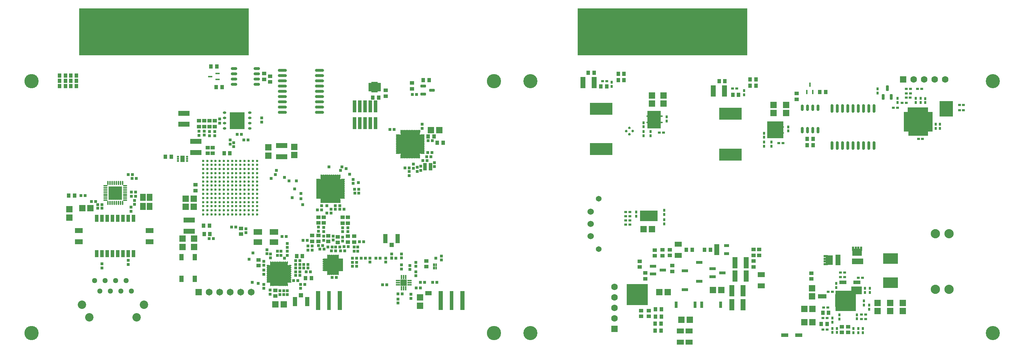
<source format=gts>
G04*
G04 #@! TF.GenerationSoftware,Altium Limited,Altium Designer,21.5.1 (32)*
G04*
G04 Layer_Color=8388736*
%FSLAX25Y25*%
%MOIN*%
G70*
G04*
G04 #@! TF.SameCoordinates,35C82D64-DDB0-4193-90F1-2314E746331E*
G04*
G04*
G04 #@! TF.FilePolarity,Negative*
G04*
G01*
G75*
%ADD11R,0.21300X0.11400*%
%ADD12R,0.01775X0.04375*%
%ADD23R,0.10600X0.10600*%
%ADD24R,0.01200X0.03200*%
%ADD25R,0.03200X0.01200*%
%ADD29R,0.02800X0.05900*%
%ADD30R,0.05900X0.02800*%
G04:AMPARAMS|DCode=35|XSize=51.18mil|YSize=23.62mil|CornerRadius=2.01mil|HoleSize=0mil|Usage=FLASHONLY|Rotation=90.000|XOffset=0mil|YOffset=0mil|HoleType=Round|Shape=RoundedRectangle|*
%AMROUNDEDRECTD35*
21,1,0.05118,0.01961,0,0,90.0*
21,1,0.04717,0.02362,0,0,90.0*
1,1,0.00402,0.00980,0.02358*
1,1,0.00402,0.00980,-0.02358*
1,1,0.00402,-0.00980,-0.02358*
1,1,0.00402,-0.00980,0.02358*
%
%ADD35ROUNDEDRECTD35*%
%ADD36R,0.02264X0.01378*%
%ADD37R,0.01378X0.02264*%
%ADD79R,0.03900X0.06100*%
%ADD81R,0.04375X0.01775*%
%ADD97R,0.01378X0.02264*%
%ADD98R,0.02264X0.01378*%
G04:AMPARAMS|DCode=99|XSize=51.18mil|YSize=23.62mil|CornerRadius=2.01mil|HoleSize=0mil|Usage=FLASHONLY|Rotation=0.000|XOffset=0mil|YOffset=0mil|HoleType=Round|Shape=RoundedRectangle|*
%AMROUNDEDRECTD99*
21,1,0.05118,0.01961,0,0,0.0*
21,1,0.04717,0.02362,0,0,0.0*
1,1,0.00402,0.02358,-0.00980*
1,1,0.00402,-0.02358,-0.00980*
1,1,0.00402,-0.02358,0.00980*
1,1,0.00402,0.02358,0.00980*
%
%ADD99ROUNDEDRECTD99*%
%ADD100R,0.04134X0.08661*%
%ADD101R,0.03937X0.04134*%
%ADD102R,0.03937X0.17953*%
%ADD103R,0.03347X0.17953*%
%ADD110C,0.08800*%
%ADD112C,0.06000*%
%ADD161R,0.10000X0.07500*%
%ADD162R,0.08000X0.04000*%
%ADD163R,0.05000X0.10000*%
%ADD164R,0.11000X0.05500*%
%ADD165R,0.03000X0.12000*%
%ADD166R,0.19500X0.19500*%
%ADD167R,0.20500X0.20500*%
%ADD168R,0.16500X0.10000*%
%ADD169R,0.13000X0.16500*%
%ADD170R,0.15500X0.16000*%
%ADD171R,0.18500X0.06000*%
%ADD172R,0.06000X0.18500*%
%ADD173R,0.19500X0.05500*%
%ADD174R,0.06500X0.18500*%
%ADD175R,0.13000X0.15000*%
%ADD176R,1.61500X0.44500*%
%ADD177R,0.06000X0.04200*%
%ADD178R,0.00500X0.02000*%
%ADD179R,0.03400X0.01000*%
%ADD180R,0.27000X0.19000*%
%ADD181R,0.19000X0.27000*%
%ADD182R,0.06000X0.08000*%
%ADD183R,0.03500X0.08000*%
%ADD184R,0.06000X0.03000*%
%ADD185R,0.19000X0.12000*%
%ADD186R,0.11000X0.19000*%
%ADD187R,0.27000X0.18000*%
%ADD188R,0.18000X0.27000*%
%ADD189R,0.23000X0.17000*%
%ADD190R,0.17000X0.23000*%
%ADD191R,0.21660X0.11817*%
%ADD192O,0.02762X0.06109*%
%ADD193R,0.04400X0.01600*%
%ADD194R,0.01600X0.04400*%
%ADD195R,0.16900X0.16900*%
%ADD196O,0.02762X0.01345*%
%ADD197O,0.01345X0.02762*%
%ADD198R,0.08471X0.08471*%
%ADD199R,0.03747X0.01502*%
%ADD200R,0.01502X0.03747*%
%ADD201R,0.10046X0.10046*%
%ADD202R,0.02762X0.02368*%
%ADD203R,0.02368X0.02762*%
%ADD204R,0.06306X0.05912*%
%ADD205R,0.01916X0.03117*%
%ADD206R,0.04475X0.03117*%
%ADD207R,0.06699X0.03747*%
%ADD208R,0.05912X0.06306*%
%ADD209R,0.04731X0.02959*%
%ADD210O,0.02762X0.08274*%
%ADD211R,0.03747X0.01778*%
%ADD212R,0.06699X0.09849*%
%ADD213R,0.03550X0.03943*%
%ADD214R,0.03943X0.03550*%
%ADD215R,0.07093X0.04731*%
%ADD216R,0.06109X0.02762*%
%ADD217R,0.02000X0.04300*%
%ADD218R,0.04300X0.02000*%
%ADD219R,0.13900X0.09900*%
%ADD220R,0.30700X0.40400*%
%ADD221R,0.02368X0.40400*%
%ADD222R,0.04731X0.10636*%
%ADD223O,0.03150X0.02362*%
%ADD224R,0.13976X0.16339*%
%ADD225R,0.02559X0.02953*%
%ADD226R,0.03740X0.04134*%
%ADD227R,0.18701X0.18701*%
%ADD228O,0.04331X0.01378*%
%ADD229O,0.01378X0.04331*%
%ADD230R,0.02591X0.02591*%
%ADD231R,0.02953X0.02559*%
%ADD232R,0.04134X0.03740*%
%ADD233R,0.05709X0.06693*%
%ADD234R,0.12795X0.12795*%
%ADD235O,0.03937X0.01575*%
%ADD236O,0.01575X0.03937*%
%ADD237R,0.06102X0.06496*%
%ADD238R,0.06496X0.06102*%
%ADD239R,0.02284X0.02815*%
%ADD240R,0.01496X0.02815*%
%ADD241R,0.02815X0.01496*%
%ADD242R,0.02815X0.02284*%
%ADD243R,0.06496X0.06496*%
%ADD244O,0.04134X0.01575*%
%ADD245O,0.01575X0.04134*%
%ADD246R,0.03976X0.06221*%
%ADD247O,0.02165X0.01772*%
%ADD248R,0.03583X0.07087*%
%ADD249O,0.06109X0.02762*%
G04:AMPARAMS|DCode=250|XSize=33.53mil|YSize=16.2mil|CornerRadius=3.95mil|HoleSize=0mil|Usage=FLASHONLY|Rotation=0.000|XOffset=0mil|YOffset=0mil|HoleType=Round|Shape=RoundedRectangle|*
%AMROUNDEDRECTD250*
21,1,0.03353,0.00830,0,0,0.0*
21,1,0.02562,0.01620,0,0,0.0*
1,1,0.00791,0.01281,-0.00415*
1,1,0.00791,-0.01281,-0.00415*
1,1,0.00791,-0.01281,0.00415*
1,1,0.00791,0.01281,0.00415*
%
%ADD250ROUNDEDRECTD250*%
G04:AMPARAMS|DCode=251|XSize=169.35mil|YSize=19.75mil|CornerRadius=3.97mil|HoleSize=0mil|Usage=FLASHONLY|Rotation=0.000|XOffset=0mil|YOffset=0mil|HoleType=Round|Shape=RoundedRectangle|*
%AMROUNDEDRECTD251*
21,1,0.16935,0.01181,0,0,0.0*
21,1,0.16142,0.01975,0,0,0.0*
1,1,0.00794,0.08071,-0.00591*
1,1,0.00794,-0.08071,-0.00591*
1,1,0.00794,-0.08071,0.00591*
1,1,0.00794,0.08071,0.00591*
%
%ADD251ROUNDEDRECTD251*%
G04:AMPARAMS|DCode=252|XSize=13.84mil|YSize=23.68mil|CornerRadius=3.97mil|HoleSize=0mil|Usage=FLASHONLY|Rotation=90.000|XOffset=0mil|YOffset=0mil|HoleType=Round|Shape=RoundedRectangle|*
%AMROUNDEDRECTD252*
21,1,0.01384,0.01575,0,0,90.0*
21,1,0.00591,0.02368,0,0,90.0*
1,1,0.00794,0.00787,0.00295*
1,1,0.00794,0.00787,-0.00295*
1,1,0.00794,-0.00787,-0.00295*
1,1,0.00794,-0.00787,0.00295*
%
%ADD252ROUNDEDRECTD252*%
G04:AMPARAMS|DCode=253|XSize=13.84mil|YSize=23.68mil|CornerRadius=3.97mil|HoleSize=0mil|Usage=FLASHONLY|Rotation=0.000|XOffset=0mil|YOffset=0mil|HoleType=Round|Shape=RoundedRectangle|*
%AMROUNDEDRECTD253*
21,1,0.01384,0.01575,0,0,0.0*
21,1,0.00591,0.02368,0,0,0.0*
1,1,0.00794,0.00295,-0.00787*
1,1,0.00794,-0.00295,-0.00787*
1,1,0.00794,-0.00295,0.00787*
1,1,0.00794,0.00295,0.00787*
%
%ADD253ROUNDEDRECTD253*%
G04:AMPARAMS|DCode=254|XSize=13.84mil|YSize=47.31mil|CornerRadius=3.97mil|HoleSize=0mil|Usage=FLASHONLY|Rotation=0.000|XOffset=0mil|YOffset=0mil|HoleType=Round|Shape=RoundedRectangle|*
%AMROUNDEDRECTD254*
21,1,0.01384,0.03937,0,0,0.0*
21,1,0.00591,0.04731,0,0,0.0*
1,1,0.00794,0.00295,-0.01968*
1,1,0.00794,-0.00295,-0.01968*
1,1,0.00794,-0.00295,0.01968*
1,1,0.00794,0.00295,0.01968*
%
%ADD254ROUNDEDRECTD254*%
G04:AMPARAMS|DCode=255|XSize=169.35mil|YSize=113.84mil|CornerRadius=4.2mil|HoleSize=0mil|Usage=FLASHONLY|Rotation=0.000|XOffset=0mil|YOffset=0mil|HoleType=Round|Shape=RoundedRectangle|*
%AMROUNDEDRECTD255*
21,1,0.16935,0.10545,0,0,0.0*
21,1,0.16096,0.11384,0,0,0.0*
1,1,0.00839,0.08048,-0.05272*
1,1,0.00839,-0.08048,-0.05272*
1,1,0.00839,-0.08048,0.05272*
1,1,0.00839,0.08048,0.05272*
%
%ADD255ROUNDEDRECTD255*%
%ADD256C,0.02362*%
%ADD257R,0.03504X0.11575*%
%ADD258R,0.03543X0.03347*%
%ADD259R,0.08491X0.05291*%
%ADD260R,0.17520X0.17520*%
%ADD261O,0.03740X0.01575*%
%ADD262O,0.01575X0.03740*%
%ADD263O,0.08465X0.02953*%
%ADD264R,0.09646X0.09646*%
%ADD265R,0.07284X0.04921*%
%ADD266R,0.30891X0.40591*%
%ADD267R,0.02559X0.40591*%
%ADD268R,0.02591X0.02591*%
%ADD269R,0.10827X0.04921*%
%ADD270C,0.05400*%
%ADD271C,0.13400*%
%ADD272C,0.06306*%
%ADD273R,0.06306X0.06306*%
%ADD274R,0.06306X0.06306*%
%ADD275C,0.06496*%
%ADD276R,0.06496X0.06496*%
%ADD277C,0.07991*%
%ADD278C,0.05091*%
%ADD279C,0.13591*%
G36*
X711416Y325763D02*
X711808Y325502D01*
X712070Y325110D01*
X712161Y324648D01*
X712070Y324186D01*
X711808Y323794D01*
X711416Y323532D01*
X710954Y323440D01*
X710492Y323532D01*
X710100Y323794D01*
X709838Y324186D01*
X709747Y324648D01*
X709838Y325110D01*
X710100Y325502D01*
X710492Y325763D01*
X710954Y325855D01*
X711416Y325763D01*
D02*
G37*
G36*
X714467Y322712D02*
X714859Y322450D01*
X715121Y322059D01*
X715213Y321597D01*
X715121Y321134D01*
X714859Y320743D01*
X714467Y320481D01*
X714005Y320389D01*
X713543Y320481D01*
X713151Y320743D01*
X712890Y321134D01*
X712798Y321597D01*
X712890Y322059D01*
X713151Y322450D01*
X713543Y322712D01*
X714005Y322804D01*
X714467Y322712D01*
D02*
G37*
G36*
X708365D02*
X708757Y322450D01*
X709018Y322059D01*
X709110Y321597D01*
X709018Y321134D01*
X708757Y320743D01*
X708365Y320481D01*
X707903Y320389D01*
X707441Y320481D01*
X707049Y320743D01*
X706787Y321134D01*
X706695Y321597D01*
X706787Y322059D01*
X707049Y322450D01*
X707441Y322712D01*
X707903Y322804D01*
X708365Y322712D01*
D02*
G37*
G36*
X711416Y319661D02*
X711808Y319399D01*
X712070Y319007D01*
X712161Y318545D01*
X712070Y318083D01*
X711808Y317692D01*
X711416Y317430D01*
X710954Y317338D01*
X710492Y317430D01*
X710100Y317692D01*
X709838Y318083D01*
X709747Y318545D01*
X709838Y319007D01*
X710100Y319399D01*
X710492Y319661D01*
X710954Y319753D01*
X711416Y319661D01*
D02*
G37*
G36*
X826475Y315720D02*
X826867Y315459D01*
X827129Y315067D01*
X827221Y314605D01*
X827129Y314143D01*
X826867Y313751D01*
X826475Y313489D01*
X826013Y313397D01*
X825551Y313489D01*
X825159Y313751D01*
X824898Y314143D01*
X824806Y314605D01*
X824898Y315067D01*
X825159Y315459D01*
X825551Y315720D01*
X826013Y315812D01*
X826475Y315720D01*
D02*
G37*
G36*
X687408Y314763D02*
X687800Y314502D01*
X688062Y314110D01*
X688154Y313648D01*
X688062Y313186D01*
X687800Y312794D01*
X687408Y312532D01*
X686946Y312440D01*
X686484Y312532D01*
X686092Y312794D01*
X685830Y313186D01*
X685739Y313648D01*
X685830Y314110D01*
X686092Y314502D01*
X686484Y314763D01*
X686946Y314855D01*
X687408Y314763D01*
D02*
G37*
G36*
X829527Y312669D02*
X829918Y312407D01*
X830180Y312016D01*
X830272Y311554D01*
X830180Y311092D01*
X829918Y310700D01*
X829527Y310438D01*
X829064Y310346D01*
X828602Y310438D01*
X828211Y310700D01*
X827949Y311092D01*
X827857Y311554D01*
X827949Y312016D01*
X828211Y312407D01*
X828602Y312669D01*
X829064Y312761D01*
X829527Y312669D01*
D02*
G37*
G36*
X823424D02*
X823816Y312407D01*
X824078Y312016D01*
X824170Y311554D01*
X824078Y311092D01*
X823816Y310700D01*
X823424Y310438D01*
X822962Y310346D01*
X822500Y310438D01*
X822108Y310700D01*
X821847Y311092D01*
X821755Y311554D01*
X821847Y312016D01*
X822108Y312407D01*
X822500Y312669D01*
X822962Y312761D01*
X823424Y312669D01*
D02*
G37*
G36*
X690459Y311712D02*
X690851Y311450D01*
X691113Y311059D01*
X691205Y310597D01*
X691113Y310135D01*
X690851Y309743D01*
X690459Y309481D01*
X689997Y309389D01*
X689535Y309481D01*
X689143Y309743D01*
X688882Y310135D01*
X688790Y310597D01*
X688882Y311059D01*
X689143Y311450D01*
X689535Y311712D01*
X689997Y311804D01*
X690459Y311712D01*
D02*
G37*
G36*
X684357D02*
X684749Y311450D01*
X685010Y311059D01*
X685102Y310597D01*
X685010Y310135D01*
X684749Y309743D01*
X684357Y309481D01*
X683895Y309389D01*
X683433Y309481D01*
X683041Y309743D01*
X682779Y310135D01*
X682687Y310597D01*
X682779Y311059D01*
X683041Y311450D01*
X683433Y311712D01*
X683895Y311804D01*
X684357Y311712D01*
D02*
G37*
G36*
X826475Y309618D02*
X826867Y309356D01*
X827129Y308964D01*
X827221Y308502D01*
X827129Y308040D01*
X826867Y307649D01*
X826475Y307387D01*
X826013Y307295D01*
X825551Y307387D01*
X825159Y307649D01*
X824898Y308040D01*
X824806Y308502D01*
X824898Y308964D01*
X825159Y309356D01*
X825551Y309618D01*
X826013Y309710D01*
X826475Y309618D01*
D02*
G37*
G36*
X687408Y308661D02*
X687800Y308399D01*
X688062Y308008D01*
X688154Y307545D01*
X688062Y307083D01*
X687800Y306692D01*
X687408Y306430D01*
X686946Y306338D01*
X686484Y306430D01*
X686092Y306692D01*
X685830Y307083D01*
X685739Y307545D01*
X685830Y308008D01*
X686092Y308399D01*
X686484Y308661D01*
X686946Y308753D01*
X687408Y308661D01*
D02*
G37*
G36*
X352545Y211850D02*
X344646D01*
Y216550D01*
X352545D01*
Y211850D01*
D02*
G37*
G36*
X337245D02*
X329345D01*
Y216550D01*
X337245D01*
Y211850D01*
D02*
G37*
G36*
X352545Y202450D02*
X344646D01*
Y207150D01*
X352545D01*
Y202450D01*
D02*
G37*
G36*
X337245D02*
X329345D01*
Y207150D01*
X337245D01*
Y202450D01*
D02*
G37*
G36*
X907850Y191650D02*
X899050D01*
Y198450D01*
X907850D01*
Y191650D01*
D02*
G37*
G36*
X880350Y183150D02*
X873550D01*
Y191950D01*
X880350D01*
Y183150D01*
D02*
G37*
D11*
X659950Y293450D02*
D03*
Y331650D02*
D03*
D12*
X858500Y354636D02*
D03*
X861256Y347550D02*
D03*
X855744D02*
D03*
D23*
X693792Y155219D02*
D03*
D24*
X697631Y147769D02*
D03*
X695071D02*
D03*
X692512D02*
D03*
X689953D02*
D03*
Y162669D02*
D03*
X692512D02*
D03*
X695071D02*
D03*
X697631D02*
D03*
D25*
X686342Y151381D02*
D03*
Y153940D02*
D03*
Y156499D02*
D03*
Y159058D02*
D03*
X701242D02*
D03*
Y156499D02*
D03*
Y153940D02*
D03*
Y151381D02*
D03*
D29*
X773700Y144959D02*
D03*
X755800D02*
D03*
X731300D02*
D03*
X749200D02*
D03*
D30*
X753250Y185409D02*
D03*
Y167509D02*
D03*
X739750Y177410D02*
D03*
Y159510D02*
D03*
D35*
X932220Y351343D02*
D03*
X935960Y343076D02*
D03*
X928480D02*
D03*
D36*
X984708Y329548D02*
D03*
Y331517D02*
D03*
Y333485D02*
D03*
X991893D02*
D03*
Y331517D02*
D03*
Y329548D02*
D03*
D37*
X985348Y336093D02*
D03*
X987316D02*
D03*
X989285D02*
D03*
X991253D02*
D03*
Y326940D02*
D03*
X989285D02*
D03*
X987316D02*
D03*
X985348D02*
D03*
D79*
X260646Y169665D02*
D03*
X273245D02*
D03*
Y190335D02*
D03*
X260646D02*
D03*
D81*
X294989Y359744D02*
D03*
Y365256D02*
D03*
X287902Y362500D02*
D03*
D97*
X442477Y356093D02*
D03*
X444446D02*
D03*
X446414D02*
D03*
Y348907D02*
D03*
X444446D02*
D03*
X442477D02*
D03*
D98*
X449022Y355453D02*
D03*
Y353484D02*
D03*
Y351516D02*
D03*
Y349547D02*
D03*
X439869D02*
D03*
Y351516D02*
D03*
Y353484D02*
D03*
Y355453D02*
D03*
D99*
X499079Y349500D02*
D03*
X490812Y345760D02*
D03*
Y353240D02*
D03*
D100*
X368638Y148000D02*
D03*
X380253D02*
D03*
X466437Y208000D02*
D03*
X454823D02*
D03*
D101*
X374446Y154004D02*
D03*
X460630Y201996D02*
D03*
D102*
X507315Y149177D02*
D03*
X527945D02*
D03*
X390631D02*
D03*
X411260D02*
D03*
D103*
X517630D02*
D03*
X400946D02*
D03*
D110*
X990950Y159550D02*
D03*
X977950D02*
D03*
X990950Y212550D02*
D03*
X977950D02*
D03*
D112*
X649950Y210250D02*
D03*
Y222050D02*
D03*
Y233850D02*
D03*
D161*
X902950Y158800D02*
D03*
D162*
X870450Y153050D02*
D03*
D163*
X769950Y197550D02*
D03*
X885450Y187550D02*
D03*
D164*
X903950Y186300D02*
D03*
D165*
X883950Y149050D02*
D03*
D166*
X892700Y148800D02*
D03*
D167*
X694200Y154800D02*
D03*
D168*
X705200Y229550D02*
D03*
D169*
X710450Y321300D02*
D03*
D170*
X825700Y311550D02*
D03*
D171*
X961700Y309050D02*
D03*
D172*
X972450Y319300D02*
D03*
D173*
X961200Y330300D02*
D03*
D174*
X951200Y319300D02*
D03*
D175*
X988450Y331550D02*
D03*
D176*
X718450Y405050D02*
D03*
X243946Y405000D02*
D03*
D177*
X495635Y155900D02*
D03*
D178*
X487696Y310500D02*
D03*
D179*
X497625Y276500D02*
D03*
X492266D02*
D03*
D180*
X402446Y255500D02*
D03*
D181*
D03*
D182*
X444446Y351500D02*
D03*
D183*
X448696Y352500D02*
D03*
X440196D02*
D03*
D184*
X444446Y356000D02*
D03*
D185*
X404946Y183000D02*
D03*
D186*
D03*
D187*
X478445Y298000D02*
D03*
D188*
D03*
D189*
X353446Y174500D02*
D03*
D190*
D03*
D191*
X782950Y327050D02*
D03*
Y288073D02*
D03*
D192*
X851244Y332778D02*
D03*
X856244D02*
D03*
X861244D02*
D03*
X866244D02*
D03*
Y311321D02*
D03*
X861244D02*
D03*
X856244D02*
D03*
X851244D02*
D03*
D193*
X950582Y327194D02*
D03*
Y324635D02*
D03*
Y322076D02*
D03*
Y319517D02*
D03*
Y316958D02*
D03*
Y314399D02*
D03*
Y311840D02*
D03*
X972582Y311840D02*
D03*
Y314399D02*
D03*
Y316958D02*
D03*
Y319517D02*
D03*
Y322076D02*
D03*
Y324635D02*
D03*
Y327194D02*
D03*
D194*
X953905Y308517D02*
D03*
X956464D02*
D03*
X959023D02*
D03*
X961582D02*
D03*
X964141D02*
D03*
X966700D02*
D03*
X969259D02*
D03*
X969259Y330517D02*
D03*
X966700D02*
D03*
X964141D02*
D03*
X961582D02*
D03*
X959023D02*
D03*
X956464D02*
D03*
X953905D02*
D03*
D195*
X961582Y319517D02*
D03*
D196*
X717450Y324550D02*
D03*
X704458D02*
D03*
Y318644D02*
D03*
X717450D02*
D03*
X832509Y314507D02*
D03*
X819517D02*
D03*
Y308601D02*
D03*
X832509D02*
D03*
D197*
X714891Y328093D02*
D03*
X712922D02*
D03*
X710954D02*
D03*
X708985D02*
D03*
X707017D02*
D03*
Y315101D02*
D03*
X708985D02*
D03*
X710954D02*
D03*
X712922D02*
D03*
X714891D02*
D03*
X829950Y318050D02*
D03*
X827981D02*
D03*
X826013D02*
D03*
X824045D02*
D03*
X822076D02*
D03*
Y305058D02*
D03*
X824045D02*
D03*
X826013D02*
D03*
X827981D02*
D03*
X829950D02*
D03*
D198*
X710954Y321597D02*
D03*
X826013Y311554D02*
D03*
D199*
X884608Y153829D02*
D03*
Y151860D02*
D03*
Y149892D02*
D03*
Y147923D02*
D03*
Y145955D02*
D03*
Y143986D02*
D03*
X900159D02*
D03*
Y145955D02*
D03*
Y147923D02*
D03*
Y149892D02*
D03*
Y151860D02*
D03*
Y153829D02*
D03*
D200*
X887461Y141132D02*
D03*
X889430D02*
D03*
X891399D02*
D03*
X893368D02*
D03*
X895337D02*
D03*
X897306D02*
D03*
Y156683D02*
D03*
X895337D02*
D03*
X893368D02*
D03*
X891399D02*
D03*
X889430D02*
D03*
X887461D02*
D03*
D201*
X892383Y148907D02*
D03*
D202*
X950269Y337517D02*
D03*
X946332D02*
D03*
X950172Y342399D02*
D03*
X954109D02*
D03*
X950332Y346517D02*
D03*
X954269D02*
D03*
X687385Y221450D02*
D03*
X683448D02*
D03*
X687385Y225450D02*
D03*
X683448D02*
D03*
X687385Y233450D02*
D03*
X683448D02*
D03*
X941929Y332576D02*
D03*
X937992D02*
D03*
X665418Y358050D02*
D03*
X661482D02*
D03*
X788918Y351050D02*
D03*
X784981D02*
D03*
X911576Y135829D02*
D03*
X907639D02*
D03*
X876139Y157329D02*
D03*
X880076D02*
D03*
X871639Y142329D02*
D03*
X875576D02*
D03*
X875076Y121329D02*
D03*
X871139D02*
D03*
X887639Y171329D02*
D03*
X891576D02*
D03*
X1000832Y335517D02*
D03*
X1004769D02*
D03*
X1000832Y330517D02*
D03*
X1004769D02*
D03*
X960981Y350550D02*
D03*
X964919D02*
D03*
X961832Y303017D02*
D03*
X965769D02*
D03*
X954418Y350550D02*
D03*
X950482D02*
D03*
X687385Y229450D02*
D03*
X683448D02*
D03*
X715253Y309050D02*
D03*
X719190D02*
D03*
X828981Y299050D02*
D03*
X832918D02*
D03*
X907639Y131329D02*
D03*
X911576D02*
D03*
X904639Y170829D02*
D03*
X908576D02*
D03*
X875076Y132329D02*
D03*
X871139D02*
D03*
X891576Y175829D02*
D03*
X887639D02*
D03*
D203*
X963994Y337669D02*
D03*
Y341606D02*
D03*
X968301Y337548D02*
D03*
Y341485D02*
D03*
X959329Y337669D02*
D03*
Y341606D02*
D03*
X719916Y230981D02*
D03*
Y234918D02*
D03*
X669950Y353081D02*
D03*
Y357018D02*
D03*
X700450Y318518D02*
D03*
Y314581D02*
D03*
X722450Y324018D02*
D03*
Y320081D02*
D03*
X795950Y345081D02*
D03*
Y349018D02*
D03*
X814950Y308518D02*
D03*
Y304581D02*
D03*
X837950Y314518D02*
D03*
Y310581D02*
D03*
X903450Y135518D02*
D03*
Y131581D02*
D03*
X904608Y122297D02*
D03*
Y118360D02*
D03*
X909108Y122297D02*
D03*
Y118360D02*
D03*
X884450Y118581D02*
D03*
Y122518D02*
D03*
X900108Y118360D02*
D03*
Y122297D02*
D03*
X880108Y132297D02*
D03*
Y128360D02*
D03*
X911108Y156860D02*
D03*
Y160797D02*
D03*
X915608Y156860D02*
D03*
Y160797D02*
D03*
X879950Y122518D02*
D03*
Y118581D02*
D03*
X922960Y350544D02*
D03*
Y346607D02*
D03*
X941960Y341544D02*
D03*
Y337607D02*
D03*
X978329Y317074D02*
D03*
Y313137D02*
D03*
X982300Y316985D02*
D03*
Y313048D02*
D03*
X719916Y221981D02*
D03*
Y225918D02*
D03*
X693416Y229481D02*
D03*
Y233418D02*
D03*
X700450Y310018D02*
D03*
Y306081D02*
D03*
X706950Y310018D02*
D03*
Y306081D02*
D03*
X814950Y300018D02*
D03*
Y296081D02*
D03*
X821950Y300018D02*
D03*
Y296081D02*
D03*
X910108Y148797D02*
D03*
Y144860D02*
D03*
X915108Y144797D02*
D03*
Y140860D02*
D03*
X886608Y135297D02*
D03*
Y131360D02*
D03*
X904608Y160797D02*
D03*
Y156860D02*
D03*
X883608Y165297D02*
D03*
Y161360D02*
D03*
D204*
X923108Y146766D02*
D03*
Y138892D02*
D03*
X860608Y160766D02*
D03*
Y152892D02*
D03*
X708450Y344487D02*
D03*
Y336613D02*
D03*
X719450Y344487D02*
D03*
Y336613D02*
D03*
X823950Y335487D02*
D03*
Y327613D02*
D03*
X835950Y335487D02*
D03*
Y327613D02*
D03*
X947108Y146766D02*
D03*
Y138892D02*
D03*
X935108Y146766D02*
D03*
Y138892D02*
D03*
D205*
X873043Y152829D02*
D03*
D206*
X869452D02*
D03*
D207*
X848143Y116050D02*
D03*
X834757D02*
D03*
X889915Y166329D02*
D03*
X903301D02*
D03*
D208*
X708353Y216950D02*
D03*
X700479D02*
D03*
X853216Y128394D02*
D03*
X861090D02*
D03*
X853216Y140894D02*
D03*
X861090D02*
D03*
X774187Y158959D02*
D03*
X766313D02*
D03*
X715313Y156959D02*
D03*
X723187D02*
D03*
X736355Y130719D02*
D03*
X744229D02*
D03*
D209*
X770026Y201200D02*
D03*
Y197459D02*
D03*
Y193719D02*
D03*
X779474D02*
D03*
Y201200D02*
D03*
D210*
X919641Y332115D02*
D03*
X914641D02*
D03*
X909641D02*
D03*
X904641D02*
D03*
X899641D02*
D03*
X894641D02*
D03*
X889641D02*
D03*
X884641D02*
D03*
X879641D02*
D03*
X919641Y296682D02*
D03*
X914641D02*
D03*
X909641D02*
D03*
X904641D02*
D03*
X899641D02*
D03*
X894641D02*
D03*
X889641D02*
D03*
X884641D02*
D03*
X879641D02*
D03*
D211*
X699302Y233450D02*
D03*
Y230891D02*
D03*
Y228332D02*
D03*
Y225773D02*
D03*
X710916D02*
D03*
Y228332D02*
D03*
Y230891D02*
D03*
Y233450D02*
D03*
D212*
X705109Y229611D02*
D03*
D213*
X869352Y126829D02*
D03*
X874864D02*
D03*
X711701Y140719D02*
D03*
X717212D02*
D03*
X711494Y126960D02*
D03*
X717006D02*
D03*
X746506Y197459D02*
D03*
X740994D02*
D03*
X676194Y365050D02*
D03*
X681706D02*
D03*
X801694Y359550D02*
D03*
X807206D02*
D03*
X876364Y137329D02*
D03*
X870852D02*
D03*
X676194Y359050D02*
D03*
X681706D02*
D03*
X801694Y353550D02*
D03*
X807206D02*
D03*
X777706Y358050D02*
D03*
X772194D02*
D03*
X861551Y303128D02*
D03*
X856039D02*
D03*
X856039Y297128D02*
D03*
X861551D02*
D03*
X867988Y347550D02*
D03*
X873500D02*
D03*
X659694Y353050D02*
D03*
X665206D02*
D03*
X785194Y345050D02*
D03*
X790706D02*
D03*
X764006Y197459D02*
D03*
X758494D02*
D03*
X711701Y133719D02*
D03*
X717212D02*
D03*
X717006Y120459D02*
D03*
X711494D02*
D03*
X653206Y366050D02*
D03*
X647694D02*
D03*
D214*
X701950Y169794D02*
D03*
Y175306D02*
D03*
X804981Y181114D02*
D03*
Y186625D02*
D03*
Y192113D02*
D03*
Y197625D02*
D03*
X727750Y182215D02*
D03*
Y176704D02*
D03*
X705292Y133964D02*
D03*
Y139475D02*
D03*
X710981Y197125D02*
D03*
Y191613D02*
D03*
X725292Y191964D02*
D03*
Y197475D02*
D03*
X696792Y186475D02*
D03*
Y180964D02*
D03*
X889108Y124085D02*
D03*
Y118573D02*
D03*
X895108Y124085D02*
D03*
Y118573D02*
D03*
X845950Y346306D02*
D03*
Y340794D02*
D03*
X860108Y169573D02*
D03*
Y175085D02*
D03*
X697957Y139475D02*
D03*
Y133964D02*
D03*
X810481Y192113D02*
D03*
Y197625D02*
D03*
X718171Y197275D02*
D03*
Y191763D02*
D03*
D215*
X812481Y163054D02*
D03*
Y173684D02*
D03*
X733250Y202775D02*
D03*
Y192145D02*
D03*
X735292Y109404D02*
D03*
Y120034D02*
D03*
X743792Y109404D02*
D03*
Y120034D02*
D03*
D216*
X766124Y179200D02*
D03*
Y171719D02*
D03*
X775376Y175460D02*
D03*
X709292Y181719D02*
D03*
Y174239D02*
D03*
X718544Y177979D02*
D03*
D217*
X899611Y198425D02*
D03*
X902170D02*
D03*
X904729D02*
D03*
X907289D02*
D03*
Y186675D02*
D03*
X904729D02*
D03*
X902170D02*
D03*
X899611D02*
D03*
D218*
X873575Y183711D02*
D03*
Y186270D02*
D03*
Y188829D02*
D03*
Y191388D02*
D03*
X885325D02*
D03*
Y188829D02*
D03*
Y186270D02*
D03*
Y183711D02*
D03*
D219*
X935450Y189050D02*
D03*
Y166050D02*
D03*
D220*
X657050Y403325D02*
D03*
X704350D02*
D03*
D221*
X792100D02*
D03*
X788950D02*
D03*
X785800D02*
D03*
X782650D02*
D03*
X779500D02*
D03*
X776350D02*
D03*
X773200D02*
D03*
X766900D02*
D03*
X770050D02*
D03*
X763750D02*
D03*
X760600D02*
D03*
X757450D02*
D03*
X754300D02*
D03*
X751150D02*
D03*
X748000D02*
D03*
X744850D02*
D03*
X738550D02*
D03*
X735400D02*
D03*
X741700D02*
D03*
X795250D02*
D03*
D222*
X642635Y356550D02*
D03*
X653265D02*
D03*
X766635Y348550D02*
D03*
X777265D02*
D03*
X798065Y184959D02*
D03*
X787435D02*
D03*
X798065Y172459D02*
D03*
X787435D02*
D03*
X795065Y158459D02*
D03*
X784435D02*
D03*
X795065Y144959D02*
D03*
X784435D02*
D03*
D223*
X325539Y313000D02*
D03*
Y318000D02*
D03*
Y323000D02*
D03*
Y328000D02*
D03*
X301720D02*
D03*
Y323000D02*
D03*
Y318000D02*
D03*
Y313000D02*
D03*
D224*
X313630Y320500D02*
D03*
D225*
X479130Y151031D02*
D03*
Y154969D02*
D03*
X297130Y318032D02*
D03*
Y321969D02*
D03*
X337130Y322969D02*
D03*
Y319032D02*
D03*
X212630Y234032D02*
D03*
Y237968D02*
D03*
X216130Y244468D02*
D03*
Y240531D02*
D03*
X460630Y189532D02*
D03*
Y193468D02*
D03*
X455130Y185531D02*
D03*
Y189469D02*
D03*
X440130Y185531D02*
D03*
Y189469D02*
D03*
X470130Y193468D02*
D03*
Y189532D02*
D03*
X508130Y191469D02*
D03*
Y187531D02*
D03*
X483630Y185468D02*
D03*
Y181532D02*
D03*
X478130Y182468D02*
D03*
Y178532D02*
D03*
X470130Y179032D02*
D03*
Y182968D02*
D03*
X483630Y176469D02*
D03*
Y172531D02*
D03*
X466630Y146531D02*
D03*
Y150469D02*
D03*
X310445Y299468D02*
D03*
Y295532D02*
D03*
X395946Y218724D02*
D03*
Y214787D02*
D03*
X373945Y160563D02*
D03*
Y164500D02*
D03*
X354446Y158468D02*
D03*
Y154532D02*
D03*
X338945Y182531D02*
D03*
Y186469D02*
D03*
X361445Y192032D02*
D03*
Y195968D02*
D03*
X344945Y155032D02*
D03*
Y158968D02*
D03*
X338946Y164469D02*
D03*
Y160531D02*
D03*
X351945Y192032D02*
D03*
Y195968D02*
D03*
X355445Y192032D02*
D03*
Y195968D02*
D03*
X357945Y158468D02*
D03*
Y154532D02*
D03*
X384945Y197031D02*
D03*
Y200969D02*
D03*
X380945Y197031D02*
D03*
Y200969D02*
D03*
X184945Y180032D02*
D03*
Y183968D02*
D03*
X209946Y183500D02*
D03*
Y187437D02*
D03*
X277446Y306287D02*
D03*
Y310224D02*
D03*
X287445Y306031D02*
D03*
Y309968D02*
D03*
X282445Y306532D02*
D03*
Y310469D02*
D03*
X292445Y306031D02*
D03*
Y309968D02*
D03*
X321946Y217469D02*
D03*
Y213531D02*
D03*
X306945Y298031D02*
D03*
Y301969D02*
D03*
X404945Y206532D02*
D03*
Y210469D02*
D03*
X423945Y260531D02*
D03*
Y264469D02*
D03*
X424945Y196031D02*
D03*
Y199969D02*
D03*
X428445Y196031D02*
D03*
Y199969D02*
D03*
X481445Y275031D02*
D03*
Y278969D02*
D03*
X390946Y218969D02*
D03*
Y215032D02*
D03*
X418946Y218468D02*
D03*
Y214531D02*
D03*
X413945Y218468D02*
D03*
Y214531D02*
D03*
X477446Y271969D02*
D03*
Y268032D02*
D03*
X361445Y203468D02*
D03*
Y199531D02*
D03*
X345445Y193468D02*
D03*
Y189532D02*
D03*
X338946Y177969D02*
D03*
Y174031D02*
D03*
X341945Y193532D02*
D03*
Y197468D02*
D03*
X361445Y158468D02*
D03*
Y154532D02*
D03*
X395946Y210224D02*
D03*
Y206287D02*
D03*
X413945Y209469D02*
D03*
Y205532D02*
D03*
X427446Y185468D02*
D03*
Y181532D02*
D03*
X423446Y185468D02*
D03*
Y181532D02*
D03*
X484945Y272031D02*
D03*
Y275969D02*
D03*
X488445Y273031D02*
D03*
Y276969D02*
D03*
X501445Y280469D02*
D03*
Y276532D02*
D03*
X489630Y316968D02*
D03*
Y313032D02*
D03*
D226*
X509627Y299500D02*
D03*
X504115D02*
D03*
X250886Y286000D02*
D03*
X245374D02*
D03*
X153374Y249000D02*
D03*
X158886D02*
D03*
X160701Y353500D02*
D03*
X155190D02*
D03*
X160701Y358500D02*
D03*
X155190D02*
D03*
X160701Y363500D02*
D03*
X155190D02*
D03*
X500957Y305500D02*
D03*
X495445D02*
D03*
X144690Y353500D02*
D03*
X150201D02*
D03*
X144690Y358500D02*
D03*
X150201D02*
D03*
X144690Y363500D02*
D03*
X150201D02*
D03*
X287701Y212500D02*
D03*
X282190D02*
D03*
X306701Y289500D02*
D03*
X301190D02*
D03*
X375701Y191500D02*
D03*
X370190D02*
D03*
X384201Y170500D02*
D03*
X378690D02*
D03*
X294201Y372000D02*
D03*
X288690D02*
D03*
X287201Y220500D02*
D03*
X281690D02*
D03*
X293690Y352500D02*
D03*
X299201D02*
D03*
X442690Y342500D02*
D03*
X448201D02*
D03*
X496201Y359000D02*
D03*
X490690D02*
D03*
D227*
X478445Y298000D02*
D03*
D228*
X490060Y306661D02*
D03*
Y305087D02*
D03*
Y303512D02*
D03*
Y301937D02*
D03*
Y300362D02*
D03*
Y298787D02*
D03*
Y297213D02*
D03*
Y295638D02*
D03*
Y294063D02*
D03*
Y292488D02*
D03*
Y290913D02*
D03*
Y289339D02*
D03*
X466831D02*
D03*
Y290913D02*
D03*
Y292488D02*
D03*
Y294063D02*
D03*
Y295638D02*
D03*
Y297213D02*
D03*
Y298787D02*
D03*
Y300362D02*
D03*
Y301937D02*
D03*
Y303512D02*
D03*
Y305087D02*
D03*
Y306661D02*
D03*
D229*
X487107Y286386D02*
D03*
X485532D02*
D03*
X483957D02*
D03*
X482382D02*
D03*
X480808D02*
D03*
X479233D02*
D03*
X477658D02*
D03*
X476083D02*
D03*
X474508D02*
D03*
X472934D02*
D03*
X471359D02*
D03*
X469784D02*
D03*
Y309614D02*
D03*
X471359D02*
D03*
X472934D02*
D03*
X474508D02*
D03*
X476083D02*
D03*
X477658D02*
D03*
X479233D02*
D03*
X480808D02*
D03*
X482382D02*
D03*
X483957D02*
D03*
X485532D02*
D03*
X487107D02*
D03*
D230*
X429130Y261500D02*
D03*
X420630Y269500D02*
D03*
X333630Y165500D02*
D03*
X358630Y189500D02*
D03*
X328630Y194500D02*
D03*
X325130Y188500D02*
D03*
X328130Y166500D02*
D03*
X502630Y189500D02*
D03*
X411446Y239500D02*
D03*
X393946D02*
D03*
X398945D02*
D03*
X406946D02*
D03*
X417446Y274621D02*
D03*
X413446Y276500D02*
D03*
X411945Y273000D02*
D03*
X400946Y276500D02*
D03*
X350945Y273000D02*
D03*
X349945Y269000D02*
D03*
X345946Y265500D02*
D03*
X358648Y266203D02*
D03*
X362946Y263000D02*
D03*
X369946D02*
D03*
X368196Y255250D02*
D03*
X375945Y240500D02*
D03*
D231*
X313661Y307500D02*
D03*
X317598D02*
D03*
X213161Y248500D02*
D03*
X217098D02*
D03*
X217098Y252500D02*
D03*
X213161D02*
D03*
X217598Y265500D02*
D03*
X213661D02*
D03*
X210161Y269000D02*
D03*
X214098D02*
D03*
X179098Y243500D02*
D03*
X175161D02*
D03*
X169067Y249000D02*
D03*
X165130D02*
D03*
X181161Y240500D02*
D03*
X185098D02*
D03*
X181161Y237000D02*
D03*
X185098D02*
D03*
X460661Y189500D02*
D03*
X464598D02*
D03*
X449598Y189500D02*
D03*
X445661D02*
D03*
X503598Y166500D02*
D03*
X499661D02*
D03*
X492098Y166500D02*
D03*
X488161D02*
D03*
X488098Y161000D02*
D03*
X484161D02*
D03*
X466661Y155500D02*
D03*
X470598D02*
D03*
X456098Y164000D02*
D03*
X452161D02*
D03*
X435598Y189500D02*
D03*
X431661D02*
D03*
X430008Y205000D02*
D03*
X433946D02*
D03*
X377914Y164500D02*
D03*
X373977D02*
D03*
X369477Y187000D02*
D03*
X373414D02*
D03*
X379477Y176500D02*
D03*
X383414D02*
D03*
X369477Y183500D02*
D03*
X373414D02*
D03*
X369477Y180000D02*
D03*
X373414D02*
D03*
X380914Y180000D02*
D03*
X376977D02*
D03*
X376477Y206500D02*
D03*
X380414D02*
D03*
X393914Y235500D02*
D03*
X389977D02*
D03*
X392477Y198000D02*
D03*
X396414D02*
D03*
X402914Y232500D02*
D03*
X398977D02*
D03*
X290914Y208000D02*
D03*
X286977D02*
D03*
X308477Y219000D02*
D03*
X312414D02*
D03*
X323914Y302000D02*
D03*
X319977D02*
D03*
X429414Y255000D02*
D03*
X425477D02*
D03*
X399977Y200000D02*
D03*
X403914D02*
D03*
X411477Y236000D02*
D03*
X415414D02*
D03*
X415914Y196500D02*
D03*
X411977D02*
D03*
X402977Y236000D02*
D03*
X406914D02*
D03*
X411414Y200000D02*
D03*
X407477D02*
D03*
X407414Y196500D02*
D03*
X403477D02*
D03*
X427414Y189500D02*
D03*
X423477D02*
D03*
X484414Y345500D02*
D03*
X480477D02*
D03*
X499414Y301500D02*
D03*
X495477D02*
D03*
X380914Y183500D02*
D03*
X376977D02*
D03*
X356477Y210000D02*
D03*
X360414D02*
D03*
X373414Y176500D02*
D03*
X369477D02*
D03*
X373414Y173000D02*
D03*
X369477D02*
D03*
X394914Y201500D02*
D03*
X390977D02*
D03*
X429446Y251500D02*
D03*
X425508D02*
D03*
X415477Y200500D02*
D03*
X419414D02*
D03*
X403977Y171000D02*
D03*
X407914D02*
D03*
X371414Y168000D02*
D03*
X367477D02*
D03*
X462914Y312000D02*
D03*
X458977D02*
D03*
X490477Y282500D02*
D03*
X494414D02*
D03*
X494977Y290000D02*
D03*
X498914D02*
D03*
X493977Y286000D02*
D03*
X497914D02*
D03*
X473477Y275500D02*
D03*
X477414D02*
D03*
D232*
X285630Y289244D02*
D03*
Y294756D02*
D03*
X493630Y181244D02*
D03*
Y186756D02*
D03*
X384946Y205500D02*
D03*
Y211012D02*
D03*
X390946Y211012D02*
D03*
Y205500D02*
D03*
X400446Y205244D02*
D03*
Y210756D02*
D03*
X424945Y204744D02*
D03*
Y210256D02*
D03*
X418945Y210256D02*
D03*
Y204744D02*
D03*
X409445Y204244D02*
D03*
Y209756D02*
D03*
X277445Y320256D02*
D03*
Y314744D02*
D03*
X287445Y320256D02*
D03*
Y314744D02*
D03*
X282445Y320256D02*
D03*
Y314744D02*
D03*
X292445Y320256D02*
D03*
Y314744D02*
D03*
X317445Y212244D02*
D03*
Y217756D02*
D03*
X290445Y289244D02*
D03*
Y294756D02*
D03*
X273945Y259256D02*
D03*
Y253744D02*
D03*
X349945Y153244D02*
D03*
Y158756D02*
D03*
X333945Y187756D02*
D03*
Y182244D02*
D03*
X390946Y228512D02*
D03*
Y223000D02*
D03*
X395946Y228512D02*
D03*
Y223000D02*
D03*
X418945Y228256D02*
D03*
Y222744D02*
D03*
X413945Y228256D02*
D03*
Y222744D02*
D03*
X344945Y362756D02*
D03*
Y357244D02*
D03*
X339445Y359744D02*
D03*
Y365256D02*
D03*
X454945Y349256D02*
D03*
Y343744D02*
D03*
X479945Y356256D02*
D03*
Y350744D02*
D03*
D233*
X230279Y247331D02*
D03*
Y238669D02*
D03*
X223980Y247331D02*
D03*
Y238669D02*
D03*
D234*
X197681Y251484D02*
D03*
D235*
X188232Y244595D02*
D03*
Y246563D02*
D03*
Y248532D02*
D03*
Y250500D02*
D03*
Y252468D02*
D03*
Y254437D02*
D03*
Y256405D02*
D03*
Y258374D02*
D03*
X207130D02*
D03*
Y256405D02*
D03*
Y254437D02*
D03*
Y252468D02*
D03*
Y250500D02*
D03*
Y248532D02*
D03*
Y246563D02*
D03*
Y244595D02*
D03*
D236*
X190791Y260933D02*
D03*
X192760D02*
D03*
X194728D02*
D03*
X196697D02*
D03*
X198665D02*
D03*
X200634D02*
D03*
X202602D02*
D03*
X204571D02*
D03*
Y242035D02*
D03*
X202602D02*
D03*
X200634D02*
D03*
X198665D02*
D03*
X196697D02*
D03*
X194728D02*
D03*
X192760D02*
D03*
X190791D02*
D03*
D237*
X166193Y237000D02*
D03*
X174067D02*
D03*
X272382Y246000D02*
D03*
X264508D02*
D03*
X272382Y238500D02*
D03*
X264508D02*
D03*
X350008Y145500D02*
D03*
X357882D02*
D03*
X506001Y311500D02*
D03*
X498127D02*
D03*
D238*
X154130Y228063D02*
D03*
Y235937D02*
D03*
X487630Y144063D02*
D03*
Y151937D02*
D03*
X261630Y207937D02*
D03*
Y200063D02*
D03*
X272630Y207937D02*
D03*
Y200063D02*
D03*
X367946Y287563D02*
D03*
Y295437D02*
D03*
X343445Y287063D02*
D03*
Y294937D02*
D03*
D239*
X500949Y182947D02*
D03*
Y180053D02*
D03*
D240*
X502917Y180053D02*
D03*
Y182947D02*
D03*
D241*
X497077Y154713D02*
D03*
X494183D02*
D03*
D242*
X494183Y156681D02*
D03*
X497077D02*
D03*
D243*
X472130Y166000D02*
D03*
D244*
X477543Y167968D02*
D03*
Y166000D02*
D03*
Y164032D02*
D03*
X466717D02*
D03*
Y166000D02*
D03*
Y167968D02*
D03*
X412445Y188000D02*
D03*
Y186031D02*
D03*
Y184063D02*
D03*
Y182095D02*
D03*
Y180126D02*
D03*
Y178157D02*
D03*
X397091D02*
D03*
Y180126D02*
D03*
Y182095D02*
D03*
Y184063D02*
D03*
Y186031D02*
D03*
Y188000D02*
D03*
D245*
X474098Y160587D02*
D03*
X472130D02*
D03*
X470161D02*
D03*
Y171413D02*
D03*
X472130D02*
D03*
X474098D02*
D03*
X399847Y190756D02*
D03*
X401816D02*
D03*
X403784D02*
D03*
X405753D02*
D03*
X407721D02*
D03*
X409690D02*
D03*
Y175402D02*
D03*
X407721D02*
D03*
X405753D02*
D03*
X403784D02*
D03*
X401816D02*
D03*
X399847D02*
D03*
D246*
X261630Y284000D02*
D03*
D247*
X257201Y285968D02*
D03*
Y284000D02*
D03*
Y282031D02*
D03*
X266059D02*
D03*
Y284000D02*
D03*
Y285968D02*
D03*
D248*
X214946Y227252D02*
D03*
X209946D02*
D03*
X204945D02*
D03*
X199945D02*
D03*
X194946D02*
D03*
X189945D02*
D03*
X184945D02*
D03*
X179946D02*
D03*
X214946Y193748D02*
D03*
X209946D02*
D03*
X204945D02*
D03*
X199945D02*
D03*
X194946D02*
D03*
X189945D02*
D03*
X184945D02*
D03*
X179946D02*
D03*
D249*
X332174Y355000D02*
D03*
Y360000D02*
D03*
Y365000D02*
D03*
Y370000D02*
D03*
X310717D02*
D03*
Y365000D02*
D03*
Y360000D02*
D03*
Y355000D02*
D03*
D250*
X354493Y166890D02*
D03*
D251*
X353508Y182047D02*
D03*
D252*
X343075Y182441D02*
D03*
Y180472D02*
D03*
Y178504D02*
D03*
Y176535D02*
D03*
Y174567D02*
D03*
Y172598D02*
D03*
Y170630D02*
D03*
Y168661D02*
D03*
Y166693D02*
D03*
X363942D02*
D03*
Y168661D02*
D03*
Y170630D02*
D03*
Y172598D02*
D03*
Y174567D02*
D03*
Y176535D02*
D03*
Y178504D02*
D03*
Y180472D02*
D03*
Y182441D02*
D03*
D253*
X345634Y164134D02*
D03*
X347603D02*
D03*
X353508D02*
D03*
X355477D02*
D03*
X357446D02*
D03*
X359414D02*
D03*
X361383D02*
D03*
Y185000D02*
D03*
X359414D02*
D03*
X357446D02*
D03*
X355477D02*
D03*
X353508D02*
D03*
X351540D02*
D03*
X349571D02*
D03*
X347603D02*
D03*
X345634D02*
D03*
D254*
X349571Y165315D02*
D03*
X351540D02*
D03*
D255*
X353508Y174173D02*
D03*
D256*
X281323Y282185D02*
D03*
X285260D02*
D03*
X289197D02*
D03*
X293134D02*
D03*
X297071D02*
D03*
X301008D02*
D03*
X304945D02*
D03*
X308882D02*
D03*
X312820D02*
D03*
X316757D02*
D03*
X320693D02*
D03*
X324630D02*
D03*
X328568D02*
D03*
X332505D02*
D03*
X281323Y278248D02*
D03*
X285260D02*
D03*
X289197D02*
D03*
X293134D02*
D03*
X297071D02*
D03*
X301008D02*
D03*
X304945D02*
D03*
X308882D02*
D03*
X312820D02*
D03*
X316757D02*
D03*
X320693D02*
D03*
X324630D02*
D03*
X328568D02*
D03*
X332505D02*
D03*
X281323Y274311D02*
D03*
X285260D02*
D03*
X289197D02*
D03*
X293134D02*
D03*
X297071D02*
D03*
X301008D02*
D03*
X304945D02*
D03*
X308882D02*
D03*
X312820D02*
D03*
X316757D02*
D03*
X320693D02*
D03*
X324630D02*
D03*
X328568D02*
D03*
X332505D02*
D03*
X281323Y270374D02*
D03*
X285260D02*
D03*
X289197D02*
D03*
X293134D02*
D03*
X297071D02*
D03*
X301008D02*
D03*
X304945D02*
D03*
X308882D02*
D03*
X312820D02*
D03*
X316757D02*
D03*
X320693D02*
D03*
X324630D02*
D03*
X328568D02*
D03*
X332505D02*
D03*
X281323Y266437D02*
D03*
X285260D02*
D03*
X289197D02*
D03*
X293134D02*
D03*
X297071D02*
D03*
X301008D02*
D03*
X304945D02*
D03*
X308882D02*
D03*
X312820D02*
D03*
X316757D02*
D03*
X320693D02*
D03*
X324630D02*
D03*
X328568D02*
D03*
X332505D02*
D03*
X281323Y262500D02*
D03*
X285260D02*
D03*
X289197D02*
D03*
X293134D02*
D03*
X297071D02*
D03*
X301008D02*
D03*
X304945D02*
D03*
X308882D02*
D03*
X312820D02*
D03*
X316757D02*
D03*
X320693D02*
D03*
X324630D02*
D03*
X328568D02*
D03*
X332505D02*
D03*
X281323Y258563D02*
D03*
X285260D02*
D03*
X289197D02*
D03*
X293134D02*
D03*
X297071D02*
D03*
X301008D02*
D03*
X304945D02*
D03*
X308882D02*
D03*
X312820D02*
D03*
X316757D02*
D03*
X320693D02*
D03*
X324630D02*
D03*
X328568D02*
D03*
X332505D02*
D03*
X281323Y254626D02*
D03*
X285260D02*
D03*
X289197D02*
D03*
X293134D02*
D03*
X297071D02*
D03*
X301008D02*
D03*
X304945D02*
D03*
X308882D02*
D03*
X312820D02*
D03*
X316757D02*
D03*
X320693D02*
D03*
X324630D02*
D03*
X328568D02*
D03*
X332505D02*
D03*
X281323Y250689D02*
D03*
X285260D02*
D03*
X289197D02*
D03*
X293134D02*
D03*
X297071D02*
D03*
X301008D02*
D03*
X304945D02*
D03*
X308882D02*
D03*
X312820D02*
D03*
X316757D02*
D03*
X320693D02*
D03*
X324630D02*
D03*
X328568D02*
D03*
X332505D02*
D03*
X281323Y246752D02*
D03*
X285260D02*
D03*
X289197D02*
D03*
X293134D02*
D03*
X297071D02*
D03*
X301008D02*
D03*
X304945D02*
D03*
X308882D02*
D03*
X312820D02*
D03*
X316757D02*
D03*
X320693D02*
D03*
X324630D02*
D03*
X328568D02*
D03*
X332505D02*
D03*
X281323Y242815D02*
D03*
X285260D02*
D03*
X289197D02*
D03*
X293134D02*
D03*
X297071D02*
D03*
X301008D02*
D03*
X304945D02*
D03*
X308882D02*
D03*
X312820D02*
D03*
X316757D02*
D03*
X320693D02*
D03*
X324630D02*
D03*
X328568D02*
D03*
X332505D02*
D03*
X281323Y238878D02*
D03*
X285260D02*
D03*
X289197D02*
D03*
X293134D02*
D03*
X297071D02*
D03*
X301008D02*
D03*
X304945D02*
D03*
X308882D02*
D03*
X312820D02*
D03*
X316757D02*
D03*
X320693D02*
D03*
X324630D02*
D03*
X328568D02*
D03*
X332505D02*
D03*
X281323Y234941D02*
D03*
X285260D02*
D03*
X289197D02*
D03*
X293134D02*
D03*
X297071D02*
D03*
X301008D02*
D03*
X304945D02*
D03*
X308882D02*
D03*
X312820D02*
D03*
X316757D02*
D03*
X320693D02*
D03*
X324630D02*
D03*
X328568D02*
D03*
X332505D02*
D03*
X281323Y231004D02*
D03*
X285260D02*
D03*
X289197D02*
D03*
X293134D02*
D03*
X297071D02*
D03*
X301008D02*
D03*
X304945D02*
D03*
X308882D02*
D03*
X312820D02*
D03*
X316757D02*
D03*
X320693D02*
D03*
X324630D02*
D03*
X328568D02*
D03*
X332505D02*
D03*
D257*
X445445Y317988D02*
D03*
X440446D02*
D03*
X435445D02*
D03*
X430445D02*
D03*
X425446D02*
D03*
Y334012D02*
D03*
X430445D02*
D03*
X435445D02*
D03*
X440446D02*
D03*
X445445D02*
D03*
D258*
X492288Y278468D02*
D03*
X497603D02*
D03*
X492288Y274532D02*
D03*
X497603D02*
D03*
D259*
X333295Y204800D02*
D03*
X348595D02*
D03*
Y214200D02*
D03*
X333295D02*
D03*
D260*
X402446Y255500D02*
D03*
D261*
X414256Y264358D02*
D03*
Y262390D02*
D03*
Y260421D02*
D03*
Y258453D02*
D03*
Y256484D02*
D03*
Y254516D02*
D03*
Y252547D02*
D03*
Y250579D02*
D03*
Y248610D02*
D03*
Y246642D02*
D03*
X390634D02*
D03*
Y248610D02*
D03*
Y250579D02*
D03*
Y252547D02*
D03*
Y254516D02*
D03*
Y256484D02*
D03*
Y258453D02*
D03*
Y260421D02*
D03*
Y262390D02*
D03*
Y264358D02*
D03*
D262*
X411304Y243689D02*
D03*
X409335D02*
D03*
X407367D02*
D03*
X405398D02*
D03*
X403430D02*
D03*
X401461D02*
D03*
X399493D02*
D03*
X397524D02*
D03*
X395556D02*
D03*
X393587D02*
D03*
Y267311D02*
D03*
X395556D02*
D03*
X397524D02*
D03*
X399493D02*
D03*
X401461D02*
D03*
X403430D02*
D03*
X405398D02*
D03*
X407367D02*
D03*
X409335D02*
D03*
X411304D02*
D03*
D263*
X392162Y328500D02*
D03*
Y333500D02*
D03*
Y338500D02*
D03*
Y343500D02*
D03*
Y348500D02*
D03*
Y353500D02*
D03*
Y358500D02*
D03*
Y363500D02*
D03*
Y368500D02*
D03*
X356729Y328500D02*
D03*
Y333500D02*
D03*
Y338500D02*
D03*
Y343500D02*
D03*
Y348500D02*
D03*
Y353500D02*
D03*
Y358500D02*
D03*
Y363500D02*
D03*
Y368500D02*
D03*
D264*
X404768Y183079D02*
D03*
D265*
X162945Y205185D02*
D03*
Y215815D02*
D03*
X230446D02*
D03*
Y205185D02*
D03*
D266*
X182545Y403275D02*
D03*
X229845D02*
D03*
D267*
X317596D02*
D03*
X314445D02*
D03*
X311296D02*
D03*
X308145D02*
D03*
X304995D02*
D03*
X301846D02*
D03*
X298695D02*
D03*
X292395D02*
D03*
X295546D02*
D03*
X289246D02*
D03*
X286095D02*
D03*
X282945D02*
D03*
X279796D02*
D03*
X276645D02*
D03*
X273496D02*
D03*
X270345D02*
D03*
X264046D02*
D03*
X260895D02*
D03*
X267196D02*
D03*
X320745D02*
D03*
D268*
X365946Y247000D02*
D03*
X374446Y251000D02*
D03*
Y246000D02*
D03*
D269*
X262946Y316870D02*
D03*
Y327500D02*
D03*
X268130Y215185D02*
D03*
Y225815D02*
D03*
X274446Y300815D02*
D03*
Y290185D02*
D03*
X355945Y296815D02*
D03*
Y286185D02*
D03*
D270*
X657650Y198150D02*
D03*
Y245950D02*
D03*
D271*
X1032500Y358000D02*
D03*
Y118000D02*
D03*
X592500D02*
D03*
Y358000D02*
D03*
D272*
X987494Y359637D02*
D03*
X977494D02*
D03*
X967494D02*
D03*
X957494D02*
D03*
X672750Y161960D02*
D03*
Y151960D02*
D03*
Y141960D02*
D03*
Y131959D02*
D03*
D273*
X947494Y359637D02*
D03*
D274*
X672750Y121959D02*
D03*
D275*
X327130Y157000D02*
D03*
X317130D02*
D03*
X307130D02*
D03*
X297130D02*
D03*
X287130D02*
D03*
D276*
X277130D02*
D03*
D277*
X224945Y145000D02*
D03*
X165945D02*
D03*
X217946Y133000D02*
D03*
X172945D02*
D03*
D278*
X207945Y168000D02*
D03*
X212946Y158000D02*
D03*
X202945D02*
D03*
X197945Y168000D02*
D03*
X192946Y158000D02*
D03*
X187945Y168000D02*
D03*
X182946Y158000D02*
D03*
X177945Y168000D02*
D03*
D279*
X557996Y357950D02*
D03*
Y117950D02*
D03*
X117996D02*
D03*
Y357950D02*
D03*
M02*

</source>
